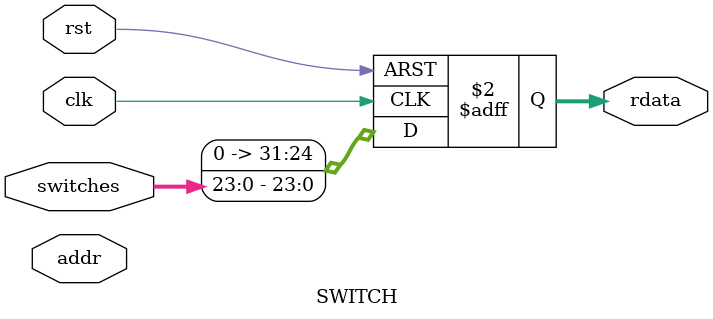
<source format=v>
module SWITCH(
    input wire rst,
    input wire clk,
    input wire [11:0] addr,
    input wire [23:0] switches,
    output reg [31:0] rdata 
);

always@(posedge clk or posedge rst)begin
    if(rst)begin
        rdata <= 32'b0;
    end
    else begin
        rdata <= switches;
    end
end

endmodule
</source>
